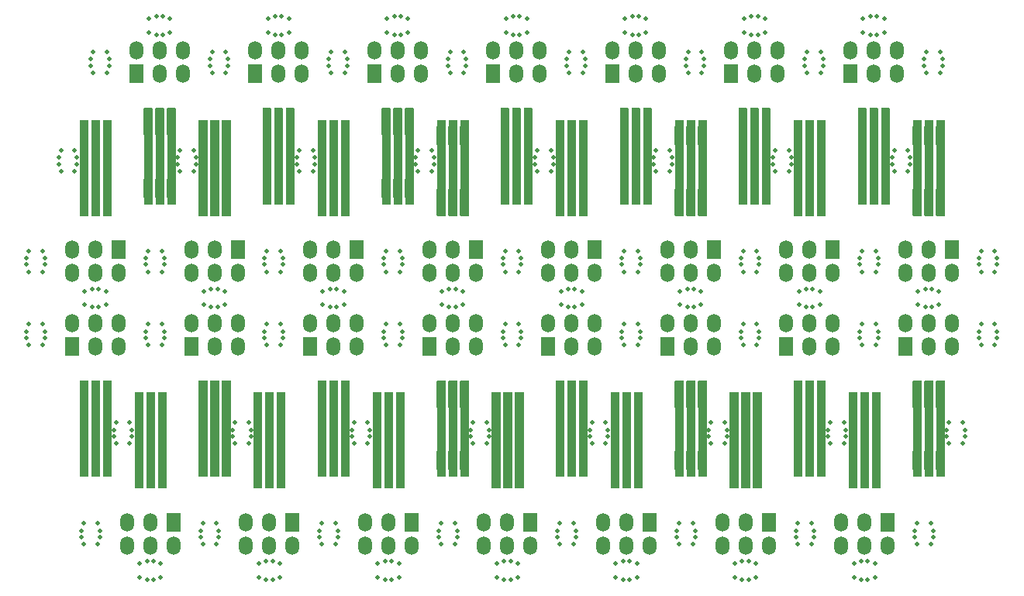
<source format=gts>
G04 #@! TF.FileFunction,Soldermask,Top*
%FSLAX46Y46*%
G04 Gerber Fmt 4.6, Leading zero omitted, Abs format (unit mm)*
G04 Created by KiCad (PCBNEW (2016-04-11 BZR 6687, Git f239aee)-product) date Tue 12 Apr 2016 03:58:06 PM CEST*
%MOMM*%
G01*
G04 APERTURE LIST*
%ADD10C,0.150000*%
%ADD11C,0.500000*%
%ADD12R,0.400000X2.000000*%
%ADD13R,0.400000X3.000000*%
%ADD14R,0.950000X1.000000*%
%ADD15R,1.500000X2.000000*%
%ADD16O,1.500000X2.000000*%
%ADD17C,0.100000*%
G04 APERTURE END LIST*
D10*
D11*
X32750000Y-48150000D03*
X34500000Y-49650000D03*
X34500000Y-47350000D03*
X33000000Y-49650000D03*
X32750000Y-48850000D03*
X33000000Y-47350000D03*
X34750000Y-48850000D03*
X34750000Y-48150000D03*
X129250000Y-38100000D03*
X127500000Y-36600000D03*
X127500000Y-38900000D03*
X129000000Y-36600000D03*
X129250000Y-37400000D03*
X129000000Y-38900000D03*
X127250000Y-37400000D03*
X127250000Y-38100000D03*
X123750000Y-48150000D03*
X125500000Y-49650000D03*
X125500000Y-47350000D03*
X124000000Y-49650000D03*
X123750000Y-48850000D03*
X124000000Y-47350000D03*
X125750000Y-48850000D03*
X125750000Y-48150000D03*
X129750000Y-77900000D03*
X131500000Y-79400000D03*
X131500000Y-77100000D03*
X130000000Y-79400000D03*
X129750000Y-78600000D03*
X130000000Y-77100000D03*
X131750000Y-78600000D03*
X131750000Y-77900000D03*
X38750000Y-77900000D03*
X40500000Y-79400000D03*
X40500000Y-77100000D03*
X39000000Y-79400000D03*
X38750000Y-78600000D03*
X39000000Y-77100000D03*
X40750000Y-78600000D03*
X40750000Y-77900000D03*
D12*
X38300000Y-81250001D03*
X37030000Y-81250001D03*
X36470000Y-81250001D03*
X37740000Y-81250001D03*
X35760000Y-81250001D03*
X35200000Y-81250001D03*
X38300000Y-81250001D03*
X37030000Y-81250001D03*
X36470000Y-81250001D03*
X37740000Y-81250001D03*
X35760000Y-81250001D03*
X35200000Y-81250001D03*
D13*
X35760000Y-74000001D03*
X35200000Y-74000001D03*
D14*
X35480000Y-73004201D03*
D13*
X35760000Y-74000001D03*
X35200000Y-74000001D03*
X37030000Y-74000001D03*
X36470000Y-74000001D03*
D14*
X36750000Y-73004201D03*
D13*
X37030000Y-74000001D03*
X36470000Y-74000001D03*
X37740000Y-74000001D03*
X38300000Y-74000001D03*
D14*
X38020000Y-73004201D03*
D13*
X37740000Y-74000001D03*
X38300000Y-74000001D03*
D15*
X34210000Y-68770000D03*
D16*
X34210000Y-66230000D03*
X36750000Y-68770000D03*
X36750000Y-66230000D03*
X39290000Y-68770000D03*
X39290000Y-66230000D03*
D15*
X130290000Y-58230000D03*
D16*
X130290000Y-60770000D03*
X127750000Y-58230000D03*
X127750000Y-60770000D03*
X125210000Y-58230000D03*
X125210000Y-60770000D03*
D12*
X126200000Y-45750000D03*
X127470000Y-45750000D03*
X128030000Y-45750000D03*
X126760000Y-45750000D03*
X128740000Y-45750000D03*
X129300000Y-45750000D03*
X126200000Y-45750000D03*
X127470000Y-45750000D03*
X128030000Y-45750000D03*
X126760000Y-45750000D03*
X128740000Y-45750000D03*
X129300000Y-45750000D03*
D13*
X128740000Y-53000000D03*
X129300000Y-53000000D03*
D14*
X129020000Y-53995800D03*
D13*
X128740000Y-53000000D03*
X129300000Y-53000000D03*
X127470000Y-53000000D03*
X128030000Y-53000000D03*
D14*
X127750000Y-53995800D03*
D13*
X127470000Y-53000000D03*
X128030000Y-53000000D03*
X126760000Y-53000000D03*
X126200000Y-53000000D03*
D14*
X126480000Y-53995800D03*
D13*
X126760000Y-53000000D03*
X126200000Y-53000000D03*
D15*
X73209999Y-68770002D03*
D16*
X73209999Y-66230002D03*
X75749999Y-68770002D03*
X75749999Y-66230002D03*
X78289999Y-68770002D03*
X78289999Y-66230002D03*
D11*
X83250000Y-67850000D03*
X81500000Y-66350000D03*
X81500000Y-68650000D03*
X83000000Y-66350000D03*
X83250000Y-67150000D03*
X83000000Y-68650000D03*
X81250000Y-67150000D03*
X81250000Y-67850000D03*
X77750000Y-77900000D03*
X79500000Y-79400000D03*
X79500000Y-77100000D03*
X78000000Y-79400000D03*
X77750000Y-78600000D03*
X78000000Y-77100000D03*
X79750000Y-78600000D03*
X79750000Y-77900000D03*
D12*
X80200000Y-75500000D03*
X81470000Y-75500000D03*
X82030000Y-75500000D03*
X80760000Y-75500000D03*
X82740000Y-75500000D03*
X83300000Y-75500000D03*
X80200000Y-75500000D03*
X81470000Y-75500000D03*
X82030000Y-75500000D03*
X80760000Y-75500000D03*
X82740000Y-75500000D03*
X83300000Y-75500000D03*
D13*
X82740000Y-82750000D03*
X83300000Y-82750000D03*
D14*
X83020000Y-83745800D03*
D13*
X82740000Y-82750000D03*
X83300000Y-82750000D03*
X81470000Y-82750000D03*
X82030000Y-82750000D03*
D14*
X81750000Y-83745800D03*
D13*
X81470000Y-82750000D03*
X82030000Y-82750000D03*
X80760000Y-82750000D03*
X80200000Y-82750000D03*
D14*
X80480000Y-83745800D03*
D13*
X80760000Y-82750000D03*
X80200000Y-82750000D03*
D12*
X77300001Y-81250002D03*
X76030001Y-81250002D03*
X75470001Y-81250002D03*
X76740001Y-81250002D03*
X74760001Y-81250002D03*
X74200001Y-81250002D03*
X77300001Y-81250002D03*
X76030001Y-81250002D03*
X75470001Y-81250002D03*
X76740001Y-81250002D03*
X74760001Y-81250002D03*
X74200001Y-81250002D03*
D13*
X74760001Y-74000002D03*
X74200001Y-74000002D03*
D14*
X74480001Y-73004202D03*
D13*
X74760001Y-74000002D03*
X74200001Y-74000002D03*
X76030001Y-74000002D03*
X75470001Y-74000002D03*
D14*
X75750001Y-73004202D03*
D13*
X76030001Y-74000002D03*
X75470001Y-74000002D03*
X76740001Y-74000002D03*
X77300001Y-74000002D03*
D14*
X77020001Y-73004202D03*
D13*
X76740001Y-74000002D03*
X77300001Y-74000002D03*
D11*
X109249999Y-67849998D03*
X107499999Y-66349998D03*
X107499999Y-68649998D03*
X108999999Y-66349998D03*
X109249999Y-67149998D03*
X108999999Y-68649998D03*
X107249999Y-67149998D03*
X107249999Y-67849998D03*
D15*
X99210001Y-68769998D03*
D16*
X99210001Y-66229998D03*
X101750001Y-68769998D03*
X101750001Y-66229998D03*
X104290001Y-68769998D03*
X104290001Y-66229998D03*
D12*
X106200000Y-75500000D03*
X107470000Y-75500000D03*
X108030000Y-75500000D03*
X106760000Y-75500000D03*
X108740000Y-75500000D03*
X109300000Y-75500000D03*
X106200000Y-75500000D03*
X107470000Y-75500000D03*
X108030000Y-75500000D03*
X106760000Y-75500000D03*
X108740000Y-75500000D03*
X109300000Y-75500000D03*
D13*
X108740000Y-82750000D03*
X109300000Y-82750000D03*
D14*
X109020000Y-83745800D03*
D13*
X108740000Y-82750000D03*
X109300000Y-82750000D03*
X107470000Y-82750000D03*
X108030000Y-82750000D03*
D14*
X107750000Y-83745800D03*
D13*
X107470000Y-82750000D03*
X108030000Y-82750000D03*
X106760000Y-82750000D03*
X106200000Y-82750000D03*
D14*
X106480000Y-83745800D03*
D13*
X106760000Y-82750000D03*
X106200000Y-82750000D03*
D12*
X103300000Y-81250000D03*
X102030000Y-81250000D03*
X101470000Y-81250000D03*
X102740000Y-81250000D03*
X100760000Y-81250000D03*
X100200000Y-81250000D03*
X103300000Y-81250000D03*
X102030000Y-81250000D03*
X101470000Y-81250000D03*
X102740000Y-81250000D03*
X100760000Y-81250000D03*
X100200000Y-81250000D03*
D13*
X100760000Y-74000000D03*
X100200000Y-74000000D03*
D14*
X100480000Y-73004200D03*
D13*
X100760000Y-74000000D03*
X100200000Y-74000000D03*
X102030000Y-74000000D03*
X101470000Y-74000000D03*
D14*
X101750000Y-73004200D03*
D13*
X102030000Y-74000000D03*
X101470000Y-74000000D03*
X102740000Y-74000000D03*
X103300000Y-74000000D03*
D14*
X103020000Y-73004200D03*
D13*
X102740000Y-74000000D03*
X103300000Y-74000000D03*
D11*
X103750000Y-77900000D03*
X105500000Y-79400000D03*
X105500000Y-77100000D03*
X104000000Y-79400000D03*
X103750000Y-78600000D03*
X104000000Y-77100000D03*
X105750000Y-78600000D03*
X105750000Y-77900000D03*
D12*
X93200000Y-75500000D03*
X94470000Y-75500000D03*
X95030000Y-75500000D03*
X93760000Y-75500000D03*
X95740000Y-75500000D03*
X96300000Y-75500000D03*
X93200000Y-75500000D03*
X94470000Y-75500000D03*
X95030000Y-75500000D03*
X93760000Y-75500000D03*
X95740000Y-75500000D03*
X96300000Y-75500000D03*
D13*
X95740000Y-82750000D03*
X96300000Y-82750000D03*
D14*
X96020000Y-83745800D03*
D13*
X95740000Y-82750000D03*
X96300000Y-82750000D03*
X94470000Y-82750000D03*
X95030000Y-82750000D03*
D14*
X94750000Y-83745800D03*
D13*
X94470000Y-82750000D03*
X95030000Y-82750000D03*
X93760000Y-82750000D03*
X93200000Y-82750000D03*
D14*
X93480000Y-83745800D03*
D13*
X93760000Y-82750000D03*
X93200000Y-82750000D03*
D11*
X90750000Y-77900000D03*
X92500000Y-79400000D03*
X92500000Y-77100000D03*
X91000000Y-79400000D03*
X90750000Y-78600000D03*
X91000000Y-77100000D03*
X92750000Y-78600000D03*
X92750000Y-77900000D03*
D12*
X90300004Y-81250000D03*
X89030004Y-81250000D03*
X88470004Y-81250000D03*
X89740004Y-81250000D03*
X87760004Y-81250000D03*
X87200004Y-81250000D03*
X90300004Y-81250000D03*
X89030004Y-81250000D03*
X88470004Y-81250000D03*
X89740004Y-81250000D03*
X87760004Y-81250000D03*
X87200004Y-81250000D03*
D13*
X87760004Y-74000000D03*
X87200004Y-74000000D03*
D14*
X87480004Y-73004200D03*
D13*
X87760004Y-74000000D03*
X87200004Y-74000000D03*
X89030004Y-74000000D03*
X88470004Y-74000000D03*
D14*
X88750004Y-73004200D03*
D13*
X89030004Y-74000000D03*
X88470004Y-74000000D03*
X89740004Y-74000000D03*
X90300004Y-74000000D03*
D14*
X90020004Y-73004200D03*
D13*
X89740004Y-74000000D03*
X90300004Y-74000000D03*
D15*
X86209997Y-68770001D03*
D16*
X86209997Y-66230001D03*
X88749997Y-68770001D03*
X88749997Y-66230001D03*
X91289997Y-68770001D03*
X91289997Y-66230001D03*
D11*
X96250000Y-67850000D03*
X94500000Y-66350000D03*
X94500000Y-68650000D03*
X96000000Y-66350000D03*
X96250000Y-67150000D03*
X96000000Y-68650000D03*
X94250000Y-67150000D03*
X94250000Y-67850000D03*
X74250000Y-88900000D03*
X76000000Y-90400000D03*
X76000000Y-88100000D03*
X74500000Y-90400000D03*
X74250000Y-89600000D03*
X74500000Y-88100000D03*
X76250000Y-89600000D03*
X76250000Y-88900000D03*
X61250000Y-88900000D03*
X63000000Y-90400000D03*
X63000000Y-88100000D03*
X61500000Y-90400000D03*
X61250000Y-89600000D03*
X61500000Y-88100000D03*
X63250000Y-89600000D03*
X63250000Y-88900000D03*
D15*
X71290000Y-87980000D03*
D16*
X71290000Y-90520000D03*
X68750000Y-87980000D03*
X68750000Y-90520000D03*
X66210000Y-87980000D03*
X66210000Y-90520000D03*
D15*
X58290000Y-87980000D03*
D16*
X58290000Y-90520000D03*
X55750000Y-87980000D03*
X55750000Y-90520000D03*
X53210000Y-87980000D03*
X53210000Y-90520000D03*
D15*
X45290000Y-87980000D03*
D16*
X45290000Y-90520000D03*
X42750000Y-87980000D03*
X42750000Y-90520000D03*
X40210000Y-87980000D03*
X40210000Y-90520000D03*
D11*
X48250000Y-88900000D03*
X50000000Y-90400000D03*
X50000000Y-88100000D03*
X48500000Y-90400000D03*
X48250000Y-89600000D03*
X48500000Y-88100000D03*
X50250000Y-89600000D03*
X50250000Y-88900000D03*
D15*
X60210000Y-68770000D03*
D16*
X60210000Y-66230000D03*
X62750000Y-68770000D03*
X62750000Y-66230000D03*
X65290000Y-68770000D03*
X65290000Y-66230000D03*
D11*
X70250000Y-67849998D03*
X68500000Y-66349998D03*
X68500000Y-68649998D03*
X70000000Y-66349998D03*
X70250000Y-67149998D03*
X70000000Y-68649998D03*
X68250000Y-67149998D03*
X68250000Y-67849998D03*
X57250000Y-67850001D03*
X55500000Y-66350001D03*
X55500000Y-68650001D03*
X57000000Y-66350001D03*
X57250000Y-67150001D03*
X57000000Y-68650001D03*
X55250000Y-67150001D03*
X55250000Y-67850001D03*
X64750000Y-77900000D03*
X66500000Y-79400000D03*
X66500000Y-77100000D03*
X65000000Y-79400000D03*
X64750000Y-78600000D03*
X65000000Y-77100000D03*
X66750000Y-78600000D03*
X66750000Y-77900000D03*
D12*
X64300000Y-81250000D03*
X63030000Y-81250000D03*
X62470000Y-81250000D03*
X63740000Y-81250000D03*
X61760000Y-81250000D03*
X61200000Y-81250000D03*
X64300000Y-81250000D03*
X63030000Y-81250000D03*
X62470000Y-81250000D03*
X63740000Y-81250000D03*
X61760000Y-81250000D03*
X61200000Y-81250000D03*
D13*
X61760000Y-74000000D03*
X61200000Y-74000000D03*
D14*
X61480000Y-73004200D03*
D13*
X61760000Y-74000000D03*
X61200000Y-74000000D03*
X63030000Y-74000000D03*
X62470000Y-74000000D03*
D14*
X62750000Y-73004200D03*
D13*
X63030000Y-74000000D03*
X62470000Y-74000000D03*
X63740000Y-74000000D03*
X64300000Y-74000000D03*
D14*
X64020000Y-73004200D03*
D13*
X63740000Y-74000000D03*
X64300000Y-74000000D03*
D12*
X67200000Y-75500000D03*
X68470000Y-75500000D03*
X69030000Y-75500000D03*
X67760000Y-75500000D03*
X69740000Y-75500000D03*
X70300000Y-75500000D03*
X67200000Y-75500000D03*
X68470000Y-75500000D03*
X69030000Y-75500000D03*
X67760000Y-75500000D03*
X69740000Y-75500000D03*
X70300000Y-75500000D03*
D13*
X69740000Y-82750000D03*
X70300000Y-82750000D03*
D14*
X70020000Y-83745800D03*
D13*
X69740000Y-82750000D03*
X70300000Y-82750000D03*
X68470000Y-82750000D03*
X69030000Y-82750000D03*
D14*
X68750000Y-83745800D03*
D13*
X68470000Y-82750000D03*
X69030000Y-82750000D03*
X67760000Y-82750000D03*
X67200000Y-82750000D03*
D14*
X67480000Y-83745800D03*
D13*
X67760000Y-82750000D03*
X67200000Y-82750000D03*
D15*
X47209999Y-68769999D03*
D16*
X47209999Y-66229999D03*
X49749999Y-68769999D03*
X49749999Y-66229999D03*
X52289999Y-68769999D03*
X52289999Y-66229999D03*
D12*
X51300000Y-81249998D03*
X50030000Y-81249998D03*
X49470000Y-81249998D03*
X50740000Y-81249998D03*
X48760000Y-81249998D03*
X48200000Y-81249998D03*
X51300000Y-81249998D03*
X50030000Y-81249998D03*
X49470000Y-81249998D03*
X50740000Y-81249998D03*
X48760000Y-81249998D03*
X48200000Y-81249998D03*
D13*
X48760000Y-73999998D03*
X48200000Y-73999998D03*
D14*
X48480000Y-73004198D03*
D13*
X48760000Y-73999998D03*
X48200000Y-73999998D03*
X50030000Y-73999998D03*
X49470000Y-73999998D03*
D14*
X49750000Y-73004198D03*
D13*
X50030000Y-73999998D03*
X49470000Y-73999998D03*
X50740000Y-73999998D03*
X51300000Y-73999998D03*
D14*
X51020000Y-73004198D03*
D13*
X50740000Y-73999998D03*
X51300000Y-73999998D03*
D11*
X51750000Y-77900000D03*
X53500000Y-79400000D03*
X53500000Y-77100000D03*
X52000000Y-79400000D03*
X51750000Y-78600000D03*
X52000000Y-77100000D03*
X53750000Y-78600000D03*
X53750000Y-77900000D03*
D12*
X54200000Y-75500000D03*
X55470000Y-75500000D03*
X56030000Y-75500000D03*
X54760000Y-75500000D03*
X56740000Y-75500000D03*
X57300000Y-75500000D03*
X54200000Y-75500000D03*
X55470000Y-75500000D03*
X56030000Y-75500000D03*
X54760000Y-75500000D03*
X56740000Y-75500000D03*
X57300000Y-75500000D03*
D13*
X56740000Y-82750000D03*
X57300000Y-82750000D03*
D14*
X57020000Y-83745800D03*
D13*
X56740000Y-82750000D03*
X57300000Y-82750000D03*
X55470000Y-82750000D03*
X56030000Y-82750000D03*
D14*
X55750000Y-83745800D03*
D13*
X55470000Y-82750000D03*
X56030000Y-82750000D03*
X54760000Y-82750000D03*
X54200000Y-82750000D03*
D14*
X54480000Y-83745800D03*
D13*
X54760000Y-82750000D03*
X54200000Y-82750000D03*
D12*
X41200000Y-75500000D03*
X42470000Y-75500000D03*
X43030000Y-75500000D03*
X41760000Y-75500000D03*
X43740000Y-75500000D03*
X44300000Y-75500000D03*
X41200000Y-75500000D03*
X42470000Y-75500000D03*
X43030000Y-75500000D03*
X41760000Y-75500000D03*
X43740000Y-75500000D03*
X44300000Y-75500000D03*
D13*
X43740000Y-82750000D03*
X44300000Y-82750000D03*
D14*
X44020000Y-83745800D03*
D13*
X43740000Y-82750000D03*
X44300000Y-82750000D03*
X42470000Y-82750000D03*
X43030000Y-82750000D03*
D14*
X42750000Y-83745800D03*
D13*
X42470000Y-82750000D03*
X43030000Y-82750000D03*
X41760000Y-82750000D03*
X41200000Y-82750000D03*
D14*
X41480000Y-83745800D03*
D13*
X41760000Y-82750000D03*
X41200000Y-82750000D03*
D11*
X100250000Y-88900000D03*
X102000000Y-90400000D03*
X102000000Y-88100000D03*
X100500000Y-90400000D03*
X100250000Y-89600000D03*
X100500000Y-88100000D03*
X102250000Y-89600000D03*
X102250000Y-88900000D03*
D15*
X110290000Y-87980000D03*
D16*
X110290000Y-90520000D03*
X107750000Y-87980000D03*
X107750000Y-90520000D03*
X105210000Y-87980000D03*
X105210000Y-90520000D03*
D11*
X113250000Y-88900000D03*
X115000000Y-90400000D03*
X115000000Y-88100000D03*
X113500000Y-90400000D03*
X113250000Y-89600000D03*
X113500000Y-88100000D03*
X115250000Y-89600000D03*
X115250000Y-88900000D03*
D15*
X123290000Y-87980000D03*
D16*
X123290000Y-90520000D03*
X120750000Y-87980000D03*
X120750000Y-90520000D03*
X118210000Y-87980000D03*
X118210000Y-90520000D03*
D12*
X119200000Y-75500000D03*
X120470000Y-75500000D03*
X121030000Y-75500000D03*
X119760000Y-75500000D03*
X121740000Y-75500000D03*
X122300000Y-75500000D03*
X119200000Y-75500000D03*
X120470000Y-75500000D03*
X121030000Y-75500000D03*
X119760000Y-75500000D03*
X121740000Y-75500000D03*
X122300000Y-75500000D03*
D13*
X121740000Y-82750000D03*
X122300000Y-82750000D03*
D14*
X122020000Y-83745800D03*
D13*
X121740000Y-82750000D03*
X122300000Y-82750000D03*
X120470000Y-82750000D03*
X121030000Y-82750000D03*
D14*
X120750000Y-83745800D03*
D13*
X120470000Y-82750000D03*
X121030000Y-82750000D03*
X119760000Y-82750000D03*
X119200000Y-82750000D03*
D14*
X119480000Y-83745800D03*
D13*
X119760000Y-82750000D03*
X119200000Y-82750000D03*
D11*
X116750000Y-77900000D03*
X118500000Y-79400000D03*
X118500000Y-77100000D03*
X117000000Y-79400000D03*
X116750000Y-78600000D03*
X117000000Y-77100000D03*
X118750000Y-78600000D03*
X118750000Y-77900000D03*
D12*
X116299999Y-81249998D03*
X115029999Y-81249998D03*
X114469999Y-81249998D03*
X115739999Y-81249998D03*
X113759999Y-81249998D03*
X113199999Y-81249998D03*
X116299999Y-81249998D03*
X115029999Y-81249998D03*
X114469999Y-81249998D03*
X115739999Y-81249998D03*
X113759999Y-81249998D03*
X113199999Y-81249998D03*
D13*
X113759999Y-73999998D03*
X113199999Y-73999998D03*
D14*
X113479999Y-73004198D03*
D13*
X113759999Y-73999998D03*
X113199999Y-73999998D03*
X115029999Y-73999998D03*
X114469999Y-73999998D03*
D14*
X114749999Y-73004198D03*
D13*
X115029999Y-73999998D03*
X114469999Y-73999998D03*
X115739999Y-73999998D03*
X116299999Y-73999998D03*
D14*
X116019999Y-73004198D03*
D13*
X115739999Y-73999998D03*
X116299999Y-73999998D03*
D12*
X129300000Y-81250000D03*
X128030000Y-81250000D03*
X127470000Y-81250000D03*
X128740000Y-81250000D03*
X126760000Y-81250000D03*
X126200000Y-81250000D03*
X129300000Y-81250000D03*
X128030000Y-81250000D03*
X127470000Y-81250000D03*
X128740000Y-81250000D03*
X126760000Y-81250000D03*
X126200000Y-81250000D03*
D13*
X126760000Y-74000000D03*
X126200000Y-74000000D03*
D14*
X126480000Y-73004200D03*
D13*
X126760000Y-74000000D03*
X126200000Y-74000000D03*
X128030000Y-74000000D03*
X127470000Y-74000000D03*
D14*
X127750000Y-73004200D03*
D13*
X128030000Y-74000000D03*
X127470000Y-74000000D03*
X128740000Y-74000000D03*
X129300000Y-74000000D03*
D14*
X129020000Y-73004200D03*
D13*
X128740000Y-74000000D03*
X129300000Y-74000000D03*
D15*
X125210001Y-68770001D03*
D16*
X125210001Y-66230001D03*
X127750001Y-68770001D03*
X127750001Y-66230001D03*
X130290001Y-68770001D03*
X130290001Y-66230001D03*
D15*
X97290000Y-87980000D03*
D16*
X97290000Y-90520000D03*
X94750000Y-87980000D03*
X94750000Y-90520000D03*
X92210000Y-87980000D03*
X92210000Y-90520000D03*
D15*
X84290000Y-87980000D03*
D16*
X84290000Y-90520000D03*
X81750000Y-87980000D03*
X81750000Y-90520000D03*
X79210000Y-87980000D03*
X79210000Y-90520000D03*
D11*
X87250000Y-88900000D03*
X89000000Y-90400000D03*
X89000000Y-88100000D03*
X87500000Y-90400000D03*
X87250000Y-89600000D03*
X87500000Y-88100000D03*
X89250000Y-89600000D03*
X89250000Y-88900000D03*
D15*
X112210000Y-68770000D03*
D16*
X112210000Y-66230000D03*
X114750000Y-68770000D03*
X114750000Y-66230000D03*
X117290000Y-68770000D03*
X117290000Y-66230000D03*
D11*
X122250000Y-67850000D03*
X120500000Y-66350000D03*
X120500000Y-68650000D03*
X122000000Y-66350000D03*
X122250000Y-67150000D03*
X122000000Y-68650000D03*
X120250000Y-67150000D03*
X120250000Y-67850000D03*
X110750000Y-48150000D03*
X112500000Y-49650000D03*
X112500000Y-47350000D03*
X111000000Y-49650000D03*
X110750000Y-48850000D03*
X111000000Y-47350000D03*
X112750000Y-48850000D03*
X112750000Y-48150000D03*
X97750000Y-48150000D03*
X99500000Y-49650000D03*
X99500000Y-47350000D03*
X98000000Y-49650000D03*
X97750000Y-48850000D03*
X98000000Y-47350000D03*
X99750000Y-48850000D03*
X99750000Y-48150000D03*
X84750000Y-48150000D03*
X86500000Y-49650000D03*
X86500000Y-47350000D03*
X85000000Y-49650000D03*
X84750000Y-48850000D03*
X85000000Y-47350000D03*
X86750000Y-48850000D03*
X86750000Y-48150000D03*
X71750000Y-48150000D03*
X73500000Y-49650000D03*
X73500000Y-47350000D03*
X72000000Y-49650000D03*
X71750000Y-48850000D03*
X72000000Y-47350000D03*
X73750000Y-48850000D03*
X73750000Y-48150000D03*
X58750000Y-48150000D03*
X60500000Y-49650000D03*
X60500000Y-47350000D03*
X59000000Y-49650000D03*
X58750000Y-48850000D03*
X59000000Y-47350000D03*
X60750000Y-48850000D03*
X60750000Y-48150000D03*
X77250000Y-38100000D03*
X75500000Y-36600000D03*
X75500000Y-38900000D03*
X77000000Y-36600000D03*
X77250000Y-37400000D03*
X77000000Y-38900000D03*
X75250000Y-37400000D03*
X75250000Y-38100000D03*
D15*
X67209999Y-39020002D03*
D16*
X67209999Y-36480002D03*
X69749999Y-39020002D03*
X69749999Y-36480002D03*
X72289999Y-39020002D03*
X72289999Y-36480002D03*
D12*
X71300001Y-51500002D03*
X70030001Y-51500002D03*
X69470001Y-51500002D03*
X70740001Y-51500002D03*
X68760001Y-51500002D03*
X68200001Y-51500002D03*
X71300001Y-51500002D03*
X70030001Y-51500002D03*
X69470001Y-51500002D03*
X70740001Y-51500002D03*
X68760001Y-51500002D03*
X68200001Y-51500002D03*
D13*
X68760001Y-44250002D03*
X68200001Y-44250002D03*
D14*
X68480001Y-43254202D03*
D13*
X68760001Y-44250002D03*
X68200001Y-44250002D03*
X70030001Y-44250002D03*
X69470001Y-44250002D03*
D14*
X69750001Y-43254202D03*
D13*
X70030001Y-44250002D03*
X69470001Y-44250002D03*
X70740001Y-44250002D03*
X71300001Y-44250002D03*
D14*
X71020001Y-43254202D03*
D13*
X70740001Y-44250002D03*
X71300001Y-44250002D03*
D12*
X84300004Y-51500000D03*
X83030004Y-51500000D03*
X82470004Y-51500000D03*
X83740004Y-51500000D03*
X81760004Y-51500000D03*
X81200004Y-51500000D03*
X84300004Y-51500000D03*
X83030004Y-51500000D03*
X82470004Y-51500000D03*
X83740004Y-51500000D03*
X81760004Y-51500000D03*
X81200004Y-51500000D03*
D13*
X81760004Y-44250000D03*
X81200004Y-44250000D03*
D14*
X81480004Y-43254200D03*
D13*
X81760004Y-44250000D03*
X81200004Y-44250000D03*
X83030004Y-44250000D03*
X82470004Y-44250000D03*
D14*
X82750004Y-43254200D03*
D13*
X83030004Y-44250000D03*
X82470004Y-44250000D03*
X83740004Y-44250000D03*
X84300004Y-44250000D03*
D14*
X84020004Y-43254200D03*
D13*
X83740004Y-44250000D03*
X84300004Y-44250000D03*
D15*
X54210000Y-39020000D03*
D16*
X54210000Y-36480000D03*
X56750000Y-39020000D03*
X56750000Y-36480000D03*
X59290000Y-39020000D03*
X59290000Y-36480000D03*
D11*
X64250000Y-38099998D03*
X62500000Y-36599998D03*
X62500000Y-38899998D03*
X64000000Y-36599998D03*
X64250000Y-37399998D03*
X64000000Y-38899998D03*
X62250000Y-37399998D03*
X62250000Y-38099998D03*
D15*
X119210001Y-39020001D03*
D16*
X119210001Y-36480001D03*
X121750001Y-39020001D03*
X121750001Y-36480001D03*
X124290001Y-39020001D03*
X124290001Y-36480001D03*
D12*
X123300000Y-51500000D03*
X122030000Y-51500000D03*
X121470000Y-51500000D03*
X122740000Y-51500000D03*
X120760000Y-51500000D03*
X120200000Y-51500000D03*
X123300000Y-51500000D03*
X122030000Y-51500000D03*
X121470000Y-51500000D03*
X122740000Y-51500000D03*
X120760000Y-51500000D03*
X120200000Y-51500000D03*
D13*
X120760000Y-44250000D03*
X120200000Y-44250000D03*
D14*
X120480000Y-43254200D03*
D13*
X120760000Y-44250000D03*
X120200000Y-44250000D03*
X122030000Y-44250000D03*
X121470000Y-44250000D03*
D14*
X121750000Y-43254200D03*
D13*
X122030000Y-44250000D03*
X121470000Y-44250000D03*
X122740000Y-44250000D03*
X123300000Y-44250000D03*
D14*
X123020000Y-43254200D03*
D13*
X122740000Y-44250000D03*
X123300000Y-44250000D03*
D15*
X80209997Y-39020001D03*
D16*
X80209997Y-36480001D03*
X82749997Y-39020001D03*
X82749997Y-36480001D03*
X85289997Y-39020001D03*
X85289997Y-36480001D03*
D11*
X90250000Y-38100000D03*
X88500000Y-36600000D03*
X88500000Y-38900000D03*
X90000000Y-36600000D03*
X90250000Y-37400000D03*
X90000000Y-38900000D03*
X88250000Y-37400000D03*
X88250000Y-38100000D03*
X51250000Y-38100001D03*
X49500000Y-36600001D03*
X49500000Y-38900001D03*
X51000000Y-36600001D03*
X51250000Y-37400001D03*
X51000000Y-38900001D03*
X49250000Y-37400001D03*
X49250000Y-38100001D03*
D15*
X41209999Y-39019999D03*
D16*
X41209999Y-36479999D03*
X43749999Y-39019999D03*
X43749999Y-36479999D03*
X46289999Y-39019999D03*
X46289999Y-36479999D03*
D12*
X58300000Y-51500000D03*
X57030000Y-51500000D03*
X56470000Y-51500000D03*
X57740000Y-51500000D03*
X55760000Y-51500000D03*
X55200000Y-51500000D03*
X58300000Y-51500000D03*
X57030000Y-51500000D03*
X56470000Y-51500000D03*
X57740000Y-51500000D03*
X55760000Y-51500000D03*
X55200000Y-51500000D03*
D13*
X55760000Y-44250000D03*
X55200000Y-44250000D03*
D14*
X55480000Y-43254200D03*
D13*
X55760000Y-44250000D03*
X55200000Y-44250000D03*
X57030000Y-44250000D03*
X56470000Y-44250000D03*
D14*
X56750000Y-43254200D03*
D13*
X57030000Y-44250000D03*
X56470000Y-44250000D03*
X57740000Y-44250000D03*
X58300000Y-44250000D03*
D14*
X58020000Y-43254200D03*
D13*
X57740000Y-44250000D03*
X58300000Y-44250000D03*
D12*
X45300000Y-51499998D03*
X44030000Y-51499998D03*
X43470000Y-51499998D03*
X44740000Y-51499998D03*
X42760000Y-51499998D03*
X42200000Y-51499998D03*
X45300000Y-51499998D03*
X44030000Y-51499998D03*
X43470000Y-51499998D03*
X44740000Y-51499998D03*
X42760000Y-51499998D03*
X42200000Y-51499998D03*
D13*
X42760000Y-44249998D03*
X42200000Y-44249998D03*
D14*
X42480000Y-43254198D03*
D13*
X42760000Y-44249998D03*
X42200000Y-44249998D03*
X44030000Y-44249998D03*
X43470000Y-44249998D03*
D14*
X43750000Y-43254198D03*
D13*
X44030000Y-44249998D03*
X43470000Y-44249998D03*
X44740000Y-44249998D03*
X45300000Y-44249998D03*
D14*
X45020000Y-43254198D03*
D13*
X44740000Y-44249998D03*
X45300000Y-44249998D03*
D15*
X93210001Y-39019998D03*
D16*
X93210001Y-36479998D03*
X95750001Y-39019998D03*
X95750001Y-36479998D03*
X98290001Y-39019998D03*
X98290001Y-36479998D03*
D12*
X97300000Y-51500000D03*
X96030000Y-51500000D03*
X95470000Y-51500000D03*
X96740000Y-51500000D03*
X94760000Y-51500000D03*
X94200000Y-51500000D03*
X97300000Y-51500000D03*
X96030000Y-51500000D03*
X95470000Y-51500000D03*
X96740000Y-51500000D03*
X94760000Y-51500000D03*
X94200000Y-51500000D03*
D13*
X94760000Y-44250000D03*
X94200000Y-44250000D03*
D14*
X94480000Y-43254200D03*
D13*
X94760000Y-44250000D03*
X94200000Y-44250000D03*
X96030000Y-44250000D03*
X95470000Y-44250000D03*
D14*
X95750000Y-43254200D03*
D13*
X96030000Y-44250000D03*
X95470000Y-44250000D03*
X96740000Y-44250000D03*
X97300000Y-44250000D03*
D14*
X97020000Y-43254200D03*
D13*
X96740000Y-44250000D03*
X97300000Y-44250000D03*
D11*
X103249999Y-38099998D03*
X101499999Y-36599998D03*
X101499999Y-38899998D03*
X102999999Y-36599998D03*
X103249999Y-37399998D03*
X102999999Y-38899998D03*
X101249999Y-37399998D03*
X101249999Y-38099998D03*
X116250000Y-38100000D03*
X114500000Y-36600000D03*
X114500000Y-38900000D03*
X116000000Y-36600000D03*
X116250000Y-37400000D03*
X116000000Y-38900000D03*
X114250000Y-37400000D03*
X114250000Y-38100000D03*
D15*
X106210000Y-39020000D03*
D16*
X106210000Y-36480000D03*
X108750000Y-39020000D03*
X108750000Y-36480000D03*
X111290000Y-39020000D03*
X111290000Y-36480000D03*
D12*
X110299999Y-51499998D03*
X109029999Y-51499998D03*
X108469999Y-51499998D03*
X109739999Y-51499998D03*
X107759999Y-51499998D03*
X107199999Y-51499998D03*
X110299999Y-51499998D03*
X109029999Y-51499998D03*
X108469999Y-51499998D03*
X109739999Y-51499998D03*
X107759999Y-51499998D03*
X107199999Y-51499998D03*
D13*
X107759999Y-44249998D03*
X107199999Y-44249998D03*
D14*
X107479999Y-43254198D03*
D13*
X107759999Y-44249998D03*
X107199999Y-44249998D03*
X109029999Y-44249998D03*
X108469999Y-44249998D03*
D14*
X108749999Y-43254198D03*
D13*
X109029999Y-44249998D03*
X108469999Y-44249998D03*
X109739999Y-44249998D03*
X110299999Y-44249998D03*
D14*
X110019999Y-43254198D03*
D13*
X109739999Y-44249998D03*
X110299999Y-44249998D03*
D11*
X81250000Y-59150000D03*
X83000000Y-60650000D03*
X83000000Y-58350000D03*
X81500000Y-60650000D03*
X81250000Y-59850000D03*
X81500000Y-58350000D03*
X83250000Y-59850000D03*
X83250000Y-59150000D03*
X107250000Y-59150000D03*
X109000000Y-60650000D03*
X109000000Y-58350000D03*
X107500000Y-60650000D03*
X107250000Y-59850000D03*
X107500000Y-58350000D03*
X109250000Y-59850000D03*
X109250000Y-59150000D03*
D12*
X113200000Y-45750000D03*
X114470000Y-45750000D03*
X115030000Y-45750000D03*
X113760000Y-45750000D03*
X115740000Y-45750000D03*
X116300000Y-45750000D03*
X113200000Y-45750000D03*
X114470000Y-45750000D03*
X115030000Y-45750000D03*
X113760000Y-45750000D03*
X115740000Y-45750000D03*
X116300000Y-45750000D03*
D13*
X115740000Y-53000000D03*
X116300000Y-53000000D03*
D14*
X116020000Y-53995800D03*
D13*
X115740000Y-53000000D03*
X116300000Y-53000000D03*
X114470000Y-53000000D03*
X115030000Y-53000000D03*
D14*
X114750000Y-53995800D03*
D13*
X114470000Y-53000000D03*
X115030000Y-53000000D03*
X113760000Y-53000000D03*
X113200000Y-53000000D03*
D14*
X113480000Y-53995800D03*
D13*
X113760000Y-53000000D03*
X113200000Y-53000000D03*
D15*
X117290000Y-58230000D03*
D16*
X117290000Y-60770000D03*
X114750000Y-58230000D03*
X114750000Y-60770000D03*
X112210000Y-58230000D03*
X112210000Y-60770000D03*
D15*
X91290000Y-58230000D03*
D16*
X91290000Y-60770000D03*
X88750000Y-58230000D03*
X88750000Y-60770000D03*
X86210000Y-58230000D03*
X86210000Y-60770000D03*
D11*
X94250000Y-59150000D03*
X96000000Y-60650000D03*
X96000000Y-58350000D03*
X94500000Y-60650000D03*
X94250000Y-59850000D03*
X94500000Y-58350000D03*
X96250000Y-59850000D03*
X96250000Y-59150000D03*
D12*
X100200000Y-45750000D03*
X101470000Y-45750000D03*
X102030000Y-45750000D03*
X100760000Y-45750000D03*
X102740000Y-45750000D03*
X103300000Y-45750000D03*
X100200000Y-45750000D03*
X101470000Y-45750000D03*
X102030000Y-45750000D03*
X100760000Y-45750000D03*
X102740000Y-45750000D03*
X103300000Y-45750000D03*
D13*
X102740000Y-53000000D03*
X103300000Y-53000000D03*
D14*
X103020000Y-53995800D03*
D13*
X102740000Y-53000000D03*
X103300000Y-53000000D03*
X101470000Y-53000000D03*
X102030000Y-53000000D03*
D14*
X101750000Y-53995800D03*
D13*
X101470000Y-53000000D03*
X102030000Y-53000000D03*
X100760000Y-53000000D03*
X100200000Y-53000000D03*
D14*
X100480000Y-53995800D03*
D13*
X100760000Y-53000000D03*
X100200000Y-53000000D03*
D12*
X87200000Y-45750000D03*
X88470000Y-45750000D03*
X89030000Y-45750000D03*
X87760000Y-45750000D03*
X89740000Y-45750000D03*
X90300000Y-45750000D03*
X87200000Y-45750000D03*
X88470000Y-45750000D03*
X89030000Y-45750000D03*
X87760000Y-45750000D03*
X89740000Y-45750000D03*
X90300000Y-45750000D03*
D13*
X89740000Y-53000000D03*
X90300000Y-53000000D03*
D14*
X90020000Y-53995800D03*
D13*
X89740000Y-53000000D03*
X90300000Y-53000000D03*
X88470000Y-53000000D03*
X89030000Y-53000000D03*
D14*
X88750000Y-53995800D03*
D13*
X88470000Y-53000000D03*
X89030000Y-53000000D03*
X87760000Y-53000000D03*
X87200000Y-53000000D03*
D14*
X87480000Y-53995800D03*
D13*
X87760000Y-53000000D03*
X87200000Y-53000000D03*
D15*
X104290000Y-58230000D03*
D16*
X104290000Y-60770000D03*
X101750000Y-58230000D03*
X101750000Y-60770000D03*
X99210000Y-58230000D03*
X99210000Y-60770000D03*
D11*
X55250000Y-59150000D03*
X57000000Y-60650000D03*
X57000000Y-58350000D03*
X55500000Y-60650000D03*
X55250000Y-59850000D03*
X55500000Y-58350000D03*
X57250000Y-59850000D03*
X57250000Y-59150000D03*
D15*
X65290000Y-58230000D03*
D16*
X65290000Y-60770000D03*
X62750000Y-58230000D03*
X62750000Y-60770000D03*
X60210000Y-58230000D03*
X60210000Y-60770000D03*
D12*
X61200000Y-45750000D03*
X62470000Y-45750000D03*
X63030000Y-45750000D03*
X61760000Y-45750000D03*
X63740000Y-45750000D03*
X64300000Y-45750000D03*
X61200000Y-45750000D03*
X62470000Y-45750000D03*
X63030000Y-45750000D03*
X61760000Y-45750000D03*
X63740000Y-45750000D03*
X64300000Y-45750000D03*
D13*
X63740000Y-53000000D03*
X64300000Y-53000000D03*
D14*
X64020000Y-53995800D03*
D13*
X63740000Y-53000000D03*
X64300000Y-53000000D03*
X62470000Y-53000000D03*
X63030000Y-53000000D03*
D14*
X62750000Y-53995800D03*
D13*
X62470000Y-53000000D03*
X63030000Y-53000000D03*
X61760000Y-53000000D03*
X61200000Y-53000000D03*
D14*
X61480000Y-53995800D03*
D13*
X61760000Y-53000000D03*
X61200000Y-53000000D03*
D11*
X68250000Y-59150000D03*
X70000000Y-60650000D03*
X70000000Y-58350000D03*
X68500000Y-60650000D03*
X68250000Y-59850000D03*
X68500000Y-58350000D03*
X70250000Y-59850000D03*
X70250000Y-59150000D03*
D12*
X74200000Y-45750000D03*
X75470000Y-45750000D03*
X76030000Y-45750000D03*
X74760000Y-45750000D03*
X76740000Y-45750000D03*
X77300000Y-45750000D03*
X74200000Y-45750000D03*
X75470000Y-45750000D03*
X76030000Y-45750000D03*
X74760000Y-45750000D03*
X76740000Y-45750000D03*
X77300000Y-45750000D03*
D13*
X76740000Y-53000000D03*
X77300000Y-53000000D03*
D14*
X77020000Y-53995800D03*
D13*
X76740000Y-53000000D03*
X77300000Y-53000000D03*
X75470000Y-53000000D03*
X76030000Y-53000000D03*
D14*
X75750000Y-53995800D03*
D13*
X75470000Y-53000000D03*
X76030000Y-53000000D03*
X74760000Y-53000000D03*
X74200000Y-53000000D03*
D14*
X74480000Y-53995800D03*
D13*
X74760000Y-53000000D03*
X74200000Y-53000000D03*
D15*
X78290000Y-58230000D03*
D16*
X78290000Y-60770000D03*
X75750000Y-58230000D03*
X75750000Y-60770000D03*
X73210000Y-58230000D03*
X73210000Y-60770000D03*
D12*
X48200000Y-45750000D03*
X49470000Y-45750000D03*
X50030000Y-45750000D03*
X48760000Y-45750000D03*
X50740000Y-45750000D03*
X51300000Y-45750000D03*
X48200000Y-45750000D03*
X49470000Y-45750000D03*
X50030000Y-45750000D03*
X48760000Y-45750000D03*
X50740000Y-45750000D03*
X51300000Y-45750000D03*
D13*
X50740000Y-53000000D03*
X51300000Y-53000000D03*
D14*
X51020000Y-53995800D03*
D13*
X50740000Y-53000000D03*
X51300000Y-53000000D03*
X49470000Y-53000000D03*
X50030000Y-53000000D03*
D14*
X49750000Y-53995800D03*
D13*
X49470000Y-53000000D03*
X50030000Y-53000000D03*
X48760000Y-53000000D03*
X48200000Y-53000000D03*
D14*
X48480000Y-53995800D03*
D13*
X48760000Y-53000000D03*
X48200000Y-53000000D03*
D15*
X52290000Y-58230000D03*
D16*
X52290000Y-60770000D03*
X49750000Y-58230000D03*
X49750000Y-60770000D03*
X47210000Y-58230000D03*
X47210000Y-60770000D03*
D15*
X39290000Y-58230000D03*
D16*
X39290000Y-60770000D03*
X36750000Y-58230000D03*
X36750000Y-60770000D03*
X34210000Y-58230000D03*
X34210000Y-60770000D03*
D12*
X35200000Y-45750000D03*
X36470000Y-45750000D03*
X37030000Y-45750000D03*
X35760000Y-45750000D03*
X37740000Y-45750000D03*
X38300000Y-45750000D03*
X35200000Y-45750000D03*
X36470000Y-45750000D03*
X37030000Y-45750000D03*
X35760000Y-45750000D03*
X37740000Y-45750000D03*
X38300000Y-45750000D03*
D13*
X37740000Y-53000000D03*
X38300000Y-53000000D03*
D14*
X38020000Y-53995800D03*
D13*
X37740000Y-53000000D03*
X38300000Y-53000000D03*
X36470000Y-53000000D03*
X37030000Y-53000000D03*
D14*
X36750000Y-53995800D03*
D13*
X36470000Y-53000000D03*
X37030000Y-53000000D03*
X35760000Y-53000000D03*
X35200000Y-53000000D03*
D14*
X35480000Y-53995800D03*
D13*
X35760000Y-53000000D03*
X35200000Y-53000000D03*
D11*
X42250000Y-59150000D03*
X44000000Y-60650000D03*
X44000000Y-58350000D03*
X42500000Y-60650000D03*
X42250000Y-59850000D03*
X42500000Y-58350000D03*
X44250000Y-59850000D03*
X44250000Y-59150000D03*
X45750000Y-48150000D03*
X47500000Y-49650000D03*
X47500000Y-47350000D03*
X46000000Y-49650000D03*
X45750000Y-48850000D03*
X46000000Y-47350000D03*
X47750000Y-48850000D03*
X47750000Y-48150000D03*
X50100000Y-62500000D03*
X48600000Y-64250000D03*
X50900000Y-64250000D03*
X48600000Y-62750000D03*
X49400000Y-62500000D03*
X50900000Y-62750000D03*
X49400000Y-64500000D03*
X50100000Y-64500000D03*
X63100000Y-62500000D03*
X61600000Y-64250000D03*
X63900000Y-64250000D03*
X61600000Y-62750000D03*
X62400000Y-62500000D03*
X63900000Y-62750000D03*
X62400000Y-64500000D03*
X63100000Y-64500000D03*
X76100000Y-62500000D03*
X74600000Y-64250000D03*
X76900000Y-64250000D03*
X74600000Y-62750000D03*
X75400000Y-62500000D03*
X76900000Y-62750000D03*
X75400000Y-64500000D03*
X76100000Y-64500000D03*
X89100000Y-62500000D03*
X87600000Y-64250000D03*
X89900000Y-64250000D03*
X87600000Y-62750000D03*
X88400000Y-62500000D03*
X89900000Y-62750000D03*
X88400000Y-64500000D03*
X89100000Y-64500000D03*
X102100000Y-62500000D03*
X100600000Y-64250000D03*
X102900000Y-64250000D03*
X100600000Y-62750000D03*
X101400000Y-62500000D03*
X102900000Y-62750000D03*
X101400000Y-64500000D03*
X102100000Y-64500000D03*
X115100000Y-62500000D03*
X113600000Y-64250000D03*
X115900000Y-64250000D03*
X113600000Y-62750000D03*
X114400000Y-62500000D03*
X115900000Y-62750000D03*
X114400000Y-64500000D03*
X115100000Y-64500000D03*
X37100000Y-62500000D03*
X35600000Y-64250000D03*
X37900000Y-64250000D03*
X35600000Y-62750000D03*
X36400000Y-62500000D03*
X37900000Y-62750000D03*
X36400000Y-64500000D03*
X37100000Y-64500000D03*
X128100000Y-62500000D03*
X126600000Y-64250000D03*
X128900000Y-64250000D03*
X126600000Y-62750000D03*
X127400000Y-62500000D03*
X128900000Y-62750000D03*
X127400000Y-64500000D03*
X128100000Y-64500000D03*
X122100000Y-32750000D03*
X120600000Y-34500000D03*
X122900000Y-34500000D03*
X120600000Y-33000000D03*
X121400000Y-32750000D03*
X122900000Y-33000000D03*
X121400000Y-34750000D03*
X122100000Y-34750000D03*
X109100000Y-32750000D03*
X107600000Y-34500000D03*
X109900000Y-34500000D03*
X107600000Y-33000000D03*
X108400000Y-32750000D03*
X109900000Y-33000000D03*
X108400000Y-34750000D03*
X109100000Y-34750000D03*
X96100000Y-32750000D03*
X94600000Y-34500000D03*
X96900000Y-34500000D03*
X94600000Y-33000000D03*
X95400000Y-32750000D03*
X96900000Y-33000000D03*
X95400000Y-34750000D03*
X96100000Y-34750000D03*
X83100000Y-32750000D03*
X81600000Y-34500000D03*
X83900000Y-34500000D03*
X81600000Y-33000000D03*
X82400000Y-32750000D03*
X83900000Y-33000000D03*
X82400000Y-34750000D03*
X83100000Y-34750000D03*
X70100000Y-32750000D03*
X68600000Y-34500000D03*
X70900000Y-34500000D03*
X68600000Y-33000000D03*
X69400000Y-32750000D03*
X70900000Y-33000000D03*
X69400000Y-34750000D03*
X70100000Y-34750000D03*
X57100000Y-32750000D03*
X55600000Y-34500000D03*
X57900000Y-34500000D03*
X55600000Y-33000000D03*
X56400000Y-32750000D03*
X57900000Y-33000000D03*
X56400000Y-34750000D03*
X57100000Y-34750000D03*
X44100000Y-32750000D03*
X42600000Y-34500000D03*
X44900000Y-34500000D03*
X42600000Y-33000000D03*
X43400000Y-32750000D03*
X44900000Y-33000000D03*
X43400000Y-34750000D03*
X44100000Y-34750000D03*
X43100000Y-92250000D03*
X41600000Y-94000000D03*
X43900000Y-94000000D03*
X41600000Y-92500000D03*
X42400000Y-92250000D03*
X43900000Y-92500000D03*
X42400000Y-94250000D03*
X43100000Y-94250000D03*
X56100000Y-92250000D03*
X54600000Y-94000000D03*
X56900000Y-94000000D03*
X54600000Y-92500000D03*
X55400000Y-92250000D03*
X56900000Y-92500000D03*
X55400000Y-94250000D03*
X56100000Y-94250000D03*
X69100000Y-92250000D03*
X67600000Y-94000000D03*
X69900000Y-94000000D03*
X67600000Y-92500000D03*
X68400000Y-92250000D03*
X69900000Y-92500000D03*
X68400000Y-94250000D03*
X69100000Y-94250000D03*
X82100000Y-92250000D03*
X80600000Y-94000000D03*
X82900000Y-94000000D03*
X80600000Y-92500000D03*
X81400000Y-92250000D03*
X82900000Y-92500000D03*
X81400000Y-94250000D03*
X82100000Y-94250000D03*
X95100000Y-92250000D03*
X93600000Y-94000000D03*
X95900000Y-94000000D03*
X93600000Y-92500000D03*
X94400000Y-92250000D03*
X95900000Y-92500000D03*
X94400000Y-94250000D03*
X95100000Y-94250000D03*
X108100000Y-92250000D03*
X106600000Y-94000000D03*
X108900000Y-94000000D03*
X106600000Y-92500000D03*
X107400000Y-92250000D03*
X108900000Y-92500000D03*
X107400000Y-94250000D03*
X108100000Y-94250000D03*
X121100000Y-92250000D03*
X119600000Y-94000000D03*
X121900000Y-94000000D03*
X119600000Y-92500000D03*
X120400000Y-92250000D03*
X121900000Y-92500000D03*
X120400000Y-94250000D03*
X121100000Y-94250000D03*
X29250000Y-59150000D03*
X31000000Y-60650000D03*
X31000000Y-58350000D03*
X29500000Y-60650000D03*
X29250000Y-59850000D03*
X29500000Y-58350000D03*
X31250000Y-59850000D03*
X31250000Y-59150000D03*
X29250000Y-67150000D03*
X31000000Y-68650000D03*
X31000000Y-66350000D03*
X29500000Y-68650000D03*
X29250000Y-67850000D03*
X29500000Y-66350000D03*
X31250000Y-67850000D03*
X31250000Y-67150000D03*
X133250000Y-67150000D03*
X135000000Y-68650000D03*
X135000000Y-66350000D03*
X133500000Y-68650000D03*
X133250000Y-67850000D03*
X133500000Y-66350000D03*
X135250000Y-67850000D03*
X135250000Y-67150000D03*
X133250000Y-59150000D03*
X135000000Y-60650000D03*
X135000000Y-58350000D03*
X133500000Y-60650000D03*
X133250000Y-59850000D03*
X133500000Y-58350000D03*
X135250000Y-59850000D03*
X135250000Y-59150000D03*
X35250000Y-88900000D03*
X37000000Y-90400000D03*
X37000000Y-88100000D03*
X35500000Y-90400000D03*
X35250000Y-89600000D03*
X35500000Y-88100000D03*
X37250000Y-89600000D03*
X37250000Y-88900000D03*
X126250000Y-88900000D03*
X128000000Y-90400000D03*
X128000000Y-88100000D03*
X126500000Y-90400000D03*
X126250000Y-89600000D03*
X126500000Y-88100000D03*
X128250000Y-89600000D03*
X128250000Y-88900000D03*
X120250000Y-59150000D03*
X122000000Y-60650000D03*
X122000000Y-58350000D03*
X120500000Y-60650000D03*
X120250000Y-59850000D03*
X120500000Y-58350000D03*
X122250000Y-59850000D03*
X122250000Y-59150000D03*
X42250000Y-67150000D03*
X44000000Y-68650000D03*
X44000000Y-66350000D03*
X42500000Y-68650000D03*
X42250000Y-67850000D03*
X42500000Y-66350000D03*
X44250000Y-67850000D03*
X44250000Y-67150000D03*
X36250000Y-37400000D03*
X38000000Y-38900000D03*
X38000000Y-36600000D03*
X36500000Y-38900000D03*
X36250000Y-38100000D03*
X36500000Y-36600000D03*
X38250000Y-38100000D03*
X38250000Y-37400000D03*
D17*
G36*
X35910000Y-54450000D02*
X35050000Y-54450000D01*
X35050000Y-44050000D01*
X35910000Y-44050000D01*
X35910000Y-54450000D01*
X35910000Y-54450000D01*
G37*
X35910000Y-54450000D02*
X35050000Y-54450000D01*
X35050000Y-44050000D01*
X35910000Y-44050000D01*
X35910000Y-54450000D01*
G36*
X37180000Y-54450000D02*
X36320000Y-54450000D01*
X36320000Y-44050000D01*
X37180000Y-44050000D01*
X37180000Y-54450000D01*
X37180000Y-54450000D01*
G37*
X37180000Y-54450000D02*
X36320000Y-54450000D01*
X36320000Y-44050000D01*
X37180000Y-44050000D01*
X37180000Y-54450000D01*
G36*
X38450000Y-54450000D02*
X37590000Y-54450000D01*
X37590000Y-44050000D01*
X38450000Y-44050000D01*
X38450000Y-54450000D01*
X38450000Y-54450000D01*
G37*
X38450000Y-54450000D02*
X37590000Y-54450000D01*
X37590000Y-44050000D01*
X38450000Y-44050000D01*
X38450000Y-54450000D01*
G36*
X50180000Y-54450000D02*
X49320000Y-54450000D01*
X49320000Y-44050000D01*
X50180000Y-44050000D01*
X50180000Y-54450000D01*
X50180000Y-54450000D01*
G37*
X50180000Y-54450000D02*
X49320000Y-54450000D01*
X49320000Y-44050000D01*
X50180000Y-44050000D01*
X50180000Y-54450000D01*
G36*
X51450000Y-54450000D02*
X50590000Y-54450000D01*
X50590000Y-44050000D01*
X51450000Y-44050000D01*
X51450000Y-54450000D01*
X51450000Y-54450000D01*
G37*
X51450000Y-54450000D02*
X50590000Y-54450000D01*
X50590000Y-44050000D01*
X51450000Y-44050000D01*
X51450000Y-54450000D01*
G36*
X48910000Y-54450000D02*
X48050000Y-54450000D01*
X48050000Y-44050000D01*
X48910000Y-44050000D01*
X48910000Y-54450000D01*
X48910000Y-54450000D01*
G37*
X48910000Y-54450000D02*
X48050000Y-54450000D01*
X48050000Y-44050000D01*
X48910000Y-44050000D01*
X48910000Y-54450000D01*
G36*
X63180000Y-54450000D02*
X62320000Y-54450000D01*
X62320000Y-44050000D01*
X63180000Y-44050000D01*
X63180000Y-54450000D01*
X63180000Y-54450000D01*
G37*
X63180000Y-54450000D02*
X62320000Y-54450000D01*
X62320000Y-44050000D01*
X63180000Y-44050000D01*
X63180000Y-54450000D01*
G36*
X64450000Y-54450000D02*
X63590000Y-54450000D01*
X63590000Y-44050000D01*
X64450000Y-44050000D01*
X64450000Y-54450000D01*
X64450000Y-54450000D01*
G37*
X64450000Y-54450000D02*
X63590000Y-54450000D01*
X63590000Y-44050000D01*
X64450000Y-44050000D01*
X64450000Y-54450000D01*
G36*
X61910000Y-54450000D02*
X61050000Y-54450000D01*
X61050000Y-44050000D01*
X61910000Y-44050000D01*
X61910000Y-54450000D01*
X61910000Y-54450000D01*
G37*
X61910000Y-54450000D02*
X61050000Y-54450000D01*
X61050000Y-44050000D01*
X61910000Y-44050000D01*
X61910000Y-54450000D01*
G36*
X77450000Y-54450000D02*
X76590000Y-54450000D01*
X76590000Y-44050000D01*
X77450000Y-44050000D01*
X77450000Y-54450000D01*
X77450000Y-54450000D01*
G37*
X77450000Y-54450000D02*
X76590000Y-54450000D01*
X76590000Y-44050000D01*
X77450000Y-44050000D01*
X77450000Y-54450000D01*
G36*
X76180000Y-54450000D02*
X75320000Y-54450000D01*
X75320000Y-44050000D01*
X76180000Y-44050000D01*
X76180000Y-54450000D01*
X76180000Y-54450000D01*
G37*
X76180000Y-54450000D02*
X75320000Y-54450000D01*
X75320000Y-44050000D01*
X76180000Y-44050000D01*
X76180000Y-54450000D01*
G36*
X74910000Y-54450000D02*
X74050000Y-54450000D01*
X74050000Y-44050000D01*
X74910000Y-44050000D01*
X74910000Y-54450000D01*
X74910000Y-54450000D01*
G37*
X74910000Y-54450000D02*
X74050000Y-54450000D01*
X74050000Y-44050000D01*
X74910000Y-44050000D01*
X74910000Y-54450000D01*
G36*
X100910000Y-54450000D02*
X100050000Y-54450000D01*
X100050000Y-44050000D01*
X100910000Y-44050000D01*
X100910000Y-54450000D01*
X100910000Y-54450000D01*
G37*
X100910000Y-54450000D02*
X100050000Y-54450000D01*
X100050000Y-44050000D01*
X100910000Y-44050000D01*
X100910000Y-54450000D01*
G36*
X102180000Y-54450000D02*
X101320000Y-54450000D01*
X101320000Y-44050000D01*
X102180000Y-44050000D01*
X102180000Y-54450000D01*
X102180000Y-54450000D01*
G37*
X102180000Y-54450000D02*
X101320000Y-54450000D01*
X101320000Y-44050000D01*
X102180000Y-44050000D01*
X102180000Y-54450000D01*
G36*
X103450000Y-54450000D02*
X102590000Y-54450000D01*
X102590000Y-44050000D01*
X103450000Y-44050000D01*
X103450000Y-54450000D01*
X103450000Y-54450000D01*
G37*
X103450000Y-54450000D02*
X102590000Y-54450000D01*
X102590000Y-44050000D01*
X103450000Y-44050000D01*
X103450000Y-54450000D01*
G36*
X87910000Y-54450000D02*
X87050000Y-54450000D01*
X87050000Y-44050000D01*
X87910000Y-44050000D01*
X87910000Y-54450000D01*
X87910000Y-54450000D01*
G37*
X87910000Y-54450000D02*
X87050000Y-54450000D01*
X87050000Y-44050000D01*
X87910000Y-44050000D01*
X87910000Y-54450000D01*
G36*
X89180000Y-54450000D02*
X88320000Y-54450000D01*
X88320000Y-44050000D01*
X89180000Y-44050000D01*
X89180000Y-54450000D01*
X89180000Y-54450000D01*
G37*
X89180000Y-54450000D02*
X88320000Y-54450000D01*
X88320000Y-44050000D01*
X89180000Y-44050000D01*
X89180000Y-54450000D01*
G36*
X90450000Y-54450000D02*
X89590000Y-54450000D01*
X89590000Y-44050000D01*
X90450000Y-44050000D01*
X90450000Y-54450000D01*
X90450000Y-54450000D01*
G37*
X90450000Y-54450000D02*
X89590000Y-54450000D01*
X89590000Y-44050000D01*
X90450000Y-44050000D01*
X90450000Y-54450000D01*
G36*
X115180000Y-54450000D02*
X114320000Y-54450000D01*
X114320000Y-44050000D01*
X115180000Y-44050000D01*
X115180000Y-54450000D01*
X115180000Y-54450000D01*
G37*
X115180000Y-54450000D02*
X114320000Y-54450000D01*
X114320000Y-44050000D01*
X115180000Y-44050000D01*
X115180000Y-54450000D01*
G36*
X113910000Y-54450000D02*
X113050000Y-54450000D01*
X113050000Y-44050000D01*
X113910000Y-44050000D01*
X113910000Y-54450000D01*
X113910000Y-54450000D01*
G37*
X113910000Y-54450000D02*
X113050000Y-54450000D01*
X113050000Y-44050000D01*
X113910000Y-44050000D01*
X113910000Y-54450000D01*
G36*
X116450000Y-54450000D02*
X115590000Y-54450000D01*
X115590000Y-44050000D01*
X116450000Y-44050000D01*
X116450000Y-54450000D01*
X116450000Y-54450000D01*
G37*
X116450000Y-54450000D02*
X115590000Y-54450000D01*
X115590000Y-44050000D01*
X116450000Y-44050000D01*
X116450000Y-54450000D01*
G36*
X94050001Y-42800002D02*
X94909999Y-42800001D01*
X94909999Y-53200001D01*
X94050000Y-53199997D01*
X94050001Y-42800002D01*
X94050001Y-42800002D01*
G37*
X94050001Y-42800002D02*
X94909999Y-42800001D01*
X94909999Y-53200001D01*
X94050000Y-53199997D01*
X94050001Y-42800002D01*
G36*
X96590000Y-42800000D02*
X97450001Y-42799998D01*
X97450000Y-53200000D01*
X96590000Y-53200002D01*
X96590000Y-42800000D01*
X96590000Y-42800000D01*
G37*
X96590000Y-42800000D02*
X97450001Y-42799998D01*
X97450000Y-53200000D01*
X96590000Y-53200002D01*
X96590000Y-42800000D01*
G36*
X95319998Y-42799999D02*
X96180000Y-42800000D01*
X96180001Y-53199999D01*
X95320002Y-53200000D01*
X95319998Y-42799999D01*
X95319998Y-42799999D01*
G37*
X95319998Y-42799999D02*
X96180000Y-42800000D01*
X96180001Y-53199999D01*
X95320002Y-53200000D01*
X95319998Y-42799999D01*
G36*
X108320000Y-42800000D02*
X109180003Y-42800001D01*
X109180002Y-53199999D01*
X108319998Y-53200001D01*
X108320000Y-42800000D01*
X108320000Y-42800000D01*
G37*
X108320000Y-42800000D02*
X109180003Y-42800001D01*
X109180002Y-53199999D01*
X108319998Y-53200001D01*
X108320000Y-42800000D01*
G36*
X109589999Y-42799999D02*
X110450000Y-42799999D01*
X110450002Y-53200001D01*
X109590000Y-53200000D01*
X109589999Y-42799999D01*
X109589999Y-42799999D01*
G37*
X109589999Y-42799999D02*
X110450000Y-42799999D01*
X110450002Y-53200001D01*
X109590000Y-53200000D01*
X109589999Y-42799999D01*
G36*
X107049999Y-42800001D02*
X107910000Y-42800000D01*
X107910000Y-53200000D01*
X107049998Y-53200002D01*
X107049999Y-42800001D01*
X107049999Y-42800001D01*
G37*
X107049999Y-42800001D02*
X107910000Y-42800000D01*
X107910000Y-53200000D01*
X107049998Y-53200002D01*
X107049999Y-42800001D01*
G36*
X121320000Y-42800002D02*
X122180002Y-42799998D01*
X122179998Y-53199998D01*
X121320000Y-53200000D01*
X121320000Y-42800002D01*
X121320000Y-42800002D01*
G37*
X121320000Y-42800002D02*
X122180002Y-42799998D01*
X122179998Y-53199998D01*
X121320000Y-53200000D01*
X121320000Y-42800002D01*
G36*
X120049999Y-42800001D02*
X120909999Y-42799999D01*
X120910002Y-53200000D01*
X120050002Y-53200001D01*
X120049999Y-42800001D01*
X120049999Y-42800001D01*
G37*
X120049999Y-42800001D02*
X120909999Y-42799999D01*
X120910002Y-53200000D01*
X120050002Y-53200001D01*
X120049999Y-42800001D01*
G36*
X122589998Y-42800000D02*
X123450000Y-42800000D01*
X123450000Y-53200000D01*
X122590002Y-53199999D01*
X122589998Y-42800000D01*
X122589998Y-42800000D01*
G37*
X122589998Y-42800000D02*
X123450000Y-42800000D01*
X123450000Y-53200000D01*
X122590002Y-53199999D01*
X122589998Y-42800000D01*
G36*
X83590001Y-42800001D02*
X84450000Y-42800000D01*
X84450002Y-53199999D01*
X83589998Y-53199998D01*
X83590001Y-42800001D01*
X83590001Y-42800001D01*
G37*
X83590001Y-42800001D02*
X84450000Y-42800000D01*
X84450002Y-53199999D01*
X83589998Y-53199998D01*
X83590001Y-42800001D01*
G36*
X82319998Y-42799999D02*
X83180002Y-42799999D01*
X83180000Y-53200000D01*
X82320003Y-53200000D01*
X82319998Y-42799999D01*
X82319998Y-42799999D01*
G37*
X82319998Y-42799999D02*
X83180002Y-42799999D01*
X83180000Y-53200000D01*
X82320003Y-53200000D01*
X82319998Y-42799999D01*
G36*
X81049999Y-42799999D02*
X81910001Y-42799999D01*
X81909999Y-53199997D01*
X81050000Y-53200000D01*
X81049999Y-42799999D01*
X81049999Y-42799999D01*
G37*
X81049999Y-42799999D02*
X81910001Y-42799999D01*
X81909999Y-53199997D01*
X81050000Y-53200000D01*
X81049999Y-42799999D01*
G36*
X44589999Y-42800001D02*
X45449999Y-42800002D01*
X45450001Y-53200002D01*
X44590001Y-53199999D01*
X44589999Y-42800001D01*
X44589999Y-42800001D01*
G37*
X44589999Y-42800001D02*
X45449999Y-42800002D01*
X45450001Y-53200002D01*
X44590001Y-53199999D01*
X44589999Y-42800001D01*
G36*
X43320000Y-42800002D02*
X44179999Y-42800001D01*
X44179999Y-53200001D01*
X43320001Y-53199998D01*
X43320000Y-42800002D01*
X43320000Y-42800002D01*
G37*
X43320000Y-42800002D02*
X44179999Y-42800001D01*
X44179999Y-53200001D01*
X43320001Y-53199998D01*
X43320000Y-42800002D01*
G36*
X42050002Y-42799999D02*
X42910000Y-42800000D01*
X42910000Y-53200000D01*
X42049999Y-53200001D01*
X42050002Y-42799999D01*
X42050002Y-42799999D01*
G37*
X42050002Y-42799999D02*
X42910000Y-42800000D01*
X42910000Y-53200000D01*
X42049999Y-53200001D01*
X42050002Y-42799999D01*
G36*
X70590004Y-42800002D02*
X71450001Y-42799998D01*
X71449999Y-53199999D01*
X70590003Y-53199998D01*
X70590004Y-42800002D01*
X70590004Y-42800002D01*
G37*
X70590004Y-42800002D02*
X71450001Y-42799998D01*
X71449999Y-53199999D01*
X70590003Y-53199998D01*
X70590004Y-42800002D01*
G36*
X69320000Y-42800001D02*
X70179999Y-42799999D01*
X70180001Y-53199998D01*
X69319999Y-53199999D01*
X69320000Y-42800001D01*
X69320000Y-42800001D01*
G37*
X69320000Y-42800001D02*
X70179999Y-42799999D01*
X70180001Y-53199998D01*
X69319999Y-53199999D01*
X69320000Y-42800001D01*
G36*
X68050001Y-42799998D02*
X68910001Y-42800000D01*
X68910000Y-53200000D01*
X68050000Y-53200002D01*
X68050001Y-42799998D01*
X68050001Y-42799998D01*
G37*
X68050001Y-42799998D02*
X68910001Y-42800000D01*
X68910000Y-53200000D01*
X68050000Y-53200002D01*
X68050001Y-42799998D01*
G36*
X56320001Y-42800001D02*
X57180002Y-42800002D01*
X57180001Y-53200003D01*
X56319997Y-53200001D01*
X56320001Y-42800001D01*
X56320001Y-42800001D01*
G37*
X56320001Y-42800001D02*
X57180002Y-42800002D01*
X57180001Y-53200003D01*
X56319997Y-53200001D01*
X56320001Y-42800001D01*
G36*
X55049998Y-42799999D02*
X55909999Y-42800001D01*
X55910000Y-53200000D01*
X55050001Y-53199999D01*
X55049998Y-42799999D01*
X55049998Y-42799999D01*
G37*
X55049998Y-42799999D02*
X55909999Y-42800001D01*
X55910000Y-53200000D01*
X55050001Y-53199999D01*
X55049998Y-42799999D01*
G36*
X57590000Y-42800000D02*
X58450000Y-42800000D01*
X58450000Y-53200000D01*
X57590000Y-53200000D01*
X57590000Y-42800000D01*
X57590000Y-42800000D01*
G37*
X57590000Y-42800000D02*
X58450000Y-42800000D01*
X58450000Y-53200000D01*
X57590000Y-53200000D01*
X57590000Y-42800000D01*
G36*
X102590000Y-72550000D02*
X103450001Y-72549998D01*
X103450000Y-82950000D01*
X102590000Y-82950002D01*
X102590000Y-72550000D01*
X102590000Y-72550000D01*
G37*
X102590000Y-72550000D02*
X103450001Y-72549998D01*
X103450000Y-82950000D01*
X102590000Y-82950002D01*
X102590000Y-72550000D01*
G36*
X100050001Y-72550002D02*
X100909999Y-72550001D01*
X100909999Y-82950001D01*
X100050000Y-82949997D01*
X100050001Y-72550002D01*
X100050001Y-72550002D01*
G37*
X100050001Y-72550002D02*
X100909999Y-72550001D01*
X100909999Y-82950001D01*
X100050000Y-82949997D01*
X100050001Y-72550002D01*
G36*
X101319998Y-72549999D02*
X102180000Y-72550000D01*
X102180001Y-82949999D01*
X101320002Y-82950000D01*
X101319998Y-72549999D01*
X101319998Y-72549999D01*
G37*
X101319998Y-72549999D02*
X102180000Y-72550000D01*
X102180001Y-82949999D01*
X101320002Y-82950000D01*
X101319998Y-72549999D01*
G36*
X106910000Y-84200000D02*
X106050000Y-84200000D01*
X106050000Y-73800000D01*
X106910000Y-73800000D01*
X106910000Y-84200000D01*
X106910000Y-84200000D01*
G37*
X106910000Y-84200000D02*
X106050000Y-84200000D01*
X106050000Y-73800000D01*
X106910000Y-73800000D01*
X106910000Y-84200000D01*
G36*
X115589999Y-72549999D02*
X116450000Y-72549999D01*
X116450002Y-82950001D01*
X115590000Y-82950000D01*
X115589999Y-72549999D01*
X115589999Y-72549999D01*
G37*
X115589999Y-72549999D02*
X116450000Y-72549999D01*
X116450002Y-82950001D01*
X115590000Y-82950000D01*
X115589999Y-72549999D01*
G36*
X119910000Y-84200000D02*
X119050000Y-84200000D01*
X119050000Y-73800000D01*
X119910000Y-73800000D01*
X119910000Y-84200000D01*
X119910000Y-84200000D01*
G37*
X119910000Y-84200000D02*
X119050000Y-84200000D01*
X119050000Y-73800000D01*
X119910000Y-73800000D01*
X119910000Y-84200000D01*
G36*
X80910000Y-84200000D02*
X80050000Y-84200000D01*
X80050000Y-73800000D01*
X80910000Y-73800000D01*
X80910000Y-84200000D01*
X80910000Y-84200000D01*
G37*
X80910000Y-84200000D02*
X80050000Y-84200000D01*
X80050000Y-73800000D01*
X80910000Y-73800000D01*
X80910000Y-84200000D01*
G36*
X83450000Y-84200000D02*
X82590000Y-84200000D01*
X82590000Y-73800000D01*
X83450000Y-73800000D01*
X83450000Y-84200000D01*
X83450000Y-84200000D01*
G37*
X83450000Y-84200000D02*
X82590000Y-84200000D01*
X82590000Y-73800000D01*
X83450000Y-73800000D01*
X83450000Y-84200000D01*
G36*
X82180000Y-84200000D02*
X81320000Y-84200000D01*
X81320000Y-73800000D01*
X82180000Y-73800000D01*
X82180000Y-84200000D01*
X82180000Y-84200000D01*
G37*
X82180000Y-84200000D02*
X81320000Y-84200000D01*
X81320000Y-73800000D01*
X82180000Y-73800000D01*
X82180000Y-84200000D01*
G36*
X96450000Y-84200000D02*
X95590000Y-84200000D01*
X95590000Y-73800000D01*
X96450000Y-73800000D01*
X96450000Y-84200000D01*
X96450000Y-84200000D01*
G37*
X96450000Y-84200000D02*
X95590000Y-84200000D01*
X95590000Y-73800000D01*
X96450000Y-73800000D01*
X96450000Y-84200000D01*
G36*
X93910000Y-84200000D02*
X93050000Y-84200000D01*
X93050000Y-73800000D01*
X93910000Y-73800000D01*
X93910000Y-84200000D01*
X93910000Y-84200000D01*
G37*
X93910000Y-84200000D02*
X93050000Y-84200000D01*
X93050000Y-73800000D01*
X93910000Y-73800000D01*
X93910000Y-84200000D01*
G36*
X95180000Y-84200000D02*
X94320000Y-84200000D01*
X94320000Y-73800000D01*
X95180000Y-73800000D01*
X95180000Y-84200000D01*
X95180000Y-84200000D01*
G37*
X95180000Y-84200000D02*
X94320000Y-84200000D01*
X94320000Y-73800000D01*
X95180000Y-73800000D01*
X95180000Y-84200000D01*
G36*
X122450000Y-84200000D02*
X121590000Y-84200000D01*
X121590000Y-73800000D01*
X122450000Y-73800000D01*
X122450000Y-84200000D01*
X122450000Y-84200000D01*
G37*
X122450000Y-84200000D02*
X121590000Y-84200000D01*
X121590000Y-73800000D01*
X122450000Y-73800000D01*
X122450000Y-84200000D01*
G36*
X127320000Y-72550002D02*
X128180002Y-72549998D01*
X128179998Y-82949998D01*
X127320000Y-82950000D01*
X127320000Y-72550002D01*
X127320000Y-72550002D01*
G37*
X127320000Y-72550002D02*
X128180002Y-72549998D01*
X128179998Y-82949998D01*
X127320000Y-82950000D01*
X127320000Y-72550002D01*
G36*
X126049999Y-72550001D02*
X126909999Y-72549999D01*
X126910002Y-82950000D01*
X126050002Y-82950001D01*
X126049999Y-72550001D01*
X126049999Y-72550001D01*
G37*
X126049999Y-72550001D02*
X126909999Y-72549999D01*
X126910002Y-82950000D01*
X126050002Y-82950001D01*
X126049999Y-72550001D01*
G36*
X128589998Y-72550000D02*
X129450000Y-72550000D01*
X129450000Y-82950000D01*
X128590002Y-82949999D01*
X128589998Y-72550000D01*
X128589998Y-72550000D01*
G37*
X128589998Y-72550000D02*
X129450000Y-72550000D01*
X129450000Y-82950000D01*
X128590002Y-82949999D01*
X128589998Y-72550000D01*
G36*
X121180000Y-84200000D02*
X120320000Y-84200000D01*
X120320000Y-73800000D01*
X121180000Y-73800000D01*
X121180000Y-84200000D01*
X121180000Y-84200000D01*
G37*
X121180000Y-84200000D02*
X120320000Y-84200000D01*
X120320000Y-73800000D01*
X121180000Y-73800000D01*
X121180000Y-84200000D01*
G36*
X114320000Y-72550000D02*
X115180003Y-72550001D01*
X115180002Y-82949999D01*
X114319998Y-82950001D01*
X114320000Y-72550000D01*
X114320000Y-72550000D01*
G37*
X114320000Y-72550000D02*
X115180003Y-72550001D01*
X115180002Y-82949999D01*
X114319998Y-82950001D01*
X114320000Y-72550000D01*
G36*
X113049999Y-72550001D02*
X113910000Y-72550000D01*
X113910000Y-82950000D01*
X113049998Y-82950002D01*
X113049999Y-72550001D01*
X113049999Y-72550001D01*
G37*
X113049999Y-72550001D02*
X113910000Y-72550000D01*
X113910000Y-82950000D01*
X113049998Y-82950002D01*
X113049999Y-72550001D01*
G36*
X108180000Y-84200000D02*
X107320000Y-84200000D01*
X107320000Y-73800000D01*
X108180000Y-73800000D01*
X108180000Y-84200000D01*
X108180000Y-84200000D01*
G37*
X108180000Y-84200000D02*
X107320000Y-84200000D01*
X107320000Y-73800000D01*
X108180000Y-73800000D01*
X108180000Y-84200000D01*
G36*
X109450000Y-84200000D02*
X108590000Y-84200000D01*
X108590000Y-73800000D01*
X109450000Y-73800000D01*
X109450000Y-84200000D01*
X109450000Y-84200000D01*
G37*
X109450000Y-84200000D02*
X108590000Y-84200000D01*
X108590000Y-73800000D01*
X109450000Y-73800000D01*
X109450000Y-84200000D01*
G36*
X57450000Y-84200000D02*
X56590000Y-84200000D01*
X56590000Y-73800000D01*
X57450000Y-73800000D01*
X57450000Y-84200000D01*
X57450000Y-84200000D01*
G37*
X57450000Y-84200000D02*
X56590000Y-84200000D01*
X56590000Y-73800000D01*
X57450000Y-73800000D01*
X57450000Y-84200000D01*
G36*
X54910000Y-84200000D02*
X54050000Y-84200000D01*
X54050000Y-73800000D01*
X54910000Y-73800000D01*
X54910000Y-84200000D01*
X54910000Y-84200000D01*
G37*
X54910000Y-84200000D02*
X54050000Y-84200000D01*
X54050000Y-73800000D01*
X54910000Y-73800000D01*
X54910000Y-84200000D01*
G36*
X56180000Y-84200000D02*
X55320000Y-84200000D01*
X55320000Y-73800000D01*
X56180000Y-73800000D01*
X56180000Y-84200000D01*
X56180000Y-84200000D01*
G37*
X56180000Y-84200000D02*
X55320000Y-84200000D01*
X55320000Y-73800000D01*
X56180000Y-73800000D01*
X56180000Y-84200000D01*
G36*
X50589999Y-72550001D02*
X51449999Y-72550002D01*
X51450001Y-82950002D01*
X50590001Y-82949999D01*
X50589999Y-72550001D01*
X50589999Y-72550001D01*
G37*
X50589999Y-72550001D02*
X51449999Y-72550002D01*
X51450001Y-82950002D01*
X50590001Y-82949999D01*
X50589999Y-72550001D01*
G36*
X48050002Y-72549999D02*
X48910000Y-72550000D01*
X48910000Y-82950000D01*
X48049999Y-82950001D01*
X48050002Y-72549999D01*
X48050002Y-72549999D01*
G37*
X48050002Y-72549999D02*
X48910000Y-72550000D01*
X48910000Y-82950000D01*
X48049999Y-82950001D01*
X48050002Y-72549999D01*
G36*
X49320000Y-72550002D02*
X50179999Y-72550001D01*
X50179999Y-82950001D01*
X49320001Y-82949998D01*
X49320000Y-72550002D01*
X49320000Y-72550002D01*
G37*
X49320000Y-72550002D02*
X50179999Y-72550001D01*
X50179999Y-82950001D01*
X49320001Y-82949998D01*
X49320000Y-72550002D01*
G36*
X41910000Y-84200000D02*
X41050000Y-84200000D01*
X41050000Y-73800000D01*
X41910000Y-73800000D01*
X41910000Y-84200000D01*
X41910000Y-84200000D01*
G37*
X41910000Y-84200000D02*
X41050000Y-84200000D01*
X41050000Y-73800000D01*
X41910000Y-73800000D01*
X41910000Y-84200000D01*
G36*
X44450000Y-84200000D02*
X43590000Y-84200000D01*
X43590000Y-73800000D01*
X44450000Y-73800000D01*
X44450000Y-84200000D01*
X44450000Y-84200000D01*
G37*
X44450000Y-84200000D02*
X43590000Y-84200000D01*
X43590000Y-73800000D01*
X44450000Y-73800000D01*
X44450000Y-84200000D01*
G36*
X43180000Y-84200000D02*
X42320000Y-84200000D01*
X42320000Y-73800000D01*
X43180000Y-73800000D01*
X43180000Y-84200000D01*
X43180000Y-84200000D01*
G37*
X43180000Y-84200000D02*
X42320000Y-84200000D01*
X42320000Y-73800000D01*
X43180000Y-73800000D01*
X43180000Y-84200000D01*
G36*
X89590001Y-72550001D02*
X90450000Y-72550000D01*
X90450002Y-82949999D01*
X89589998Y-82949998D01*
X89590001Y-72550001D01*
X89590001Y-72550001D01*
G37*
X89590001Y-72550001D02*
X90450000Y-72550000D01*
X90450002Y-82949999D01*
X89589998Y-82949998D01*
X89590001Y-72550001D01*
G36*
X88319998Y-72549999D02*
X89180002Y-72549999D01*
X89180000Y-82950000D01*
X88320003Y-82950000D01*
X88319998Y-72549999D01*
X88319998Y-72549999D01*
G37*
X88319998Y-72549999D02*
X89180002Y-72549999D01*
X89180000Y-82950000D01*
X88320003Y-82950000D01*
X88319998Y-72549999D01*
G36*
X87049999Y-72549999D02*
X87910001Y-72549999D01*
X87909999Y-82949997D01*
X87050000Y-82950000D01*
X87049999Y-72549999D01*
X87049999Y-72549999D01*
G37*
X87049999Y-72549999D02*
X87910001Y-72549999D01*
X87909999Y-82949997D01*
X87050000Y-82950000D01*
X87049999Y-72549999D01*
G36*
X67910000Y-84200000D02*
X67050000Y-84200000D01*
X67050000Y-73800000D01*
X67910000Y-73800000D01*
X67910000Y-84200000D01*
X67910000Y-84200000D01*
G37*
X67910000Y-84200000D02*
X67050000Y-84200000D01*
X67050000Y-73800000D01*
X67910000Y-73800000D01*
X67910000Y-84200000D01*
G36*
X69180000Y-84200000D02*
X68320000Y-84200000D01*
X68320000Y-73800000D01*
X69180000Y-73800000D01*
X69180000Y-84200000D01*
X69180000Y-84200000D01*
G37*
X69180000Y-84200000D02*
X68320000Y-84200000D01*
X68320000Y-73800000D01*
X69180000Y-73800000D01*
X69180000Y-84200000D01*
G36*
X63590000Y-72550000D02*
X64450000Y-72550000D01*
X64450000Y-82950000D01*
X63590000Y-82950000D01*
X63590000Y-72550000D01*
X63590000Y-72550000D01*
G37*
X63590000Y-72550000D02*
X64450000Y-72550000D01*
X64450000Y-82950000D01*
X63590000Y-82950000D01*
X63590000Y-72550000D01*
G36*
X62320001Y-72550001D02*
X63180002Y-72550002D01*
X63180001Y-82950003D01*
X62319997Y-82950001D01*
X62320001Y-72550001D01*
X62320001Y-72550001D01*
G37*
X62320001Y-72550001D02*
X63180002Y-72550002D01*
X63180001Y-82950003D01*
X62319997Y-82950001D01*
X62320001Y-72550001D01*
G36*
X61049998Y-72549999D02*
X61909999Y-72550001D01*
X61910000Y-82950000D01*
X61050001Y-82949999D01*
X61049998Y-72549999D01*
X61049998Y-72549999D01*
G37*
X61049998Y-72549999D02*
X61909999Y-72550001D01*
X61910000Y-82950000D01*
X61050001Y-82949999D01*
X61049998Y-72549999D01*
G36*
X70450000Y-84200000D02*
X69590000Y-84200000D01*
X69590000Y-73800000D01*
X70450000Y-73800000D01*
X70450000Y-84200000D01*
X70450000Y-84200000D01*
G37*
X70450000Y-84200000D02*
X69590000Y-84200000D01*
X69590000Y-73800000D01*
X70450000Y-73800000D01*
X70450000Y-84200000D01*
G36*
X76590004Y-72550002D02*
X77450001Y-72549998D01*
X77449999Y-82949999D01*
X76590003Y-82949998D01*
X76590004Y-72550002D01*
X76590004Y-72550002D01*
G37*
X76590004Y-72550002D02*
X77450001Y-72549998D01*
X77449999Y-82949999D01*
X76590003Y-82949998D01*
X76590004Y-72550002D01*
G36*
X74050001Y-72549998D02*
X74910001Y-72550000D01*
X74910000Y-82950000D01*
X74050000Y-82950002D01*
X74050001Y-72549998D01*
X74050001Y-72549998D01*
G37*
X74050001Y-72549998D02*
X74910001Y-72550000D01*
X74910000Y-82950000D01*
X74050000Y-82950002D01*
X74050001Y-72549998D01*
G36*
X75320000Y-72550001D02*
X76179999Y-72549999D01*
X76180001Y-82949998D01*
X75319999Y-82949999D01*
X75320000Y-72550001D01*
X75320000Y-72550001D01*
G37*
X75320000Y-72550001D02*
X76179999Y-72549999D01*
X76180001Y-82949998D01*
X75319999Y-82949999D01*
X75320000Y-72550001D01*
G36*
X128180000Y-54450000D02*
X127320000Y-54450000D01*
X127320000Y-44050000D01*
X128180000Y-44050000D01*
X128180000Y-54450000D01*
X128180000Y-54450000D01*
G37*
X128180000Y-54450000D02*
X127320000Y-54450000D01*
X127320000Y-44050000D01*
X128180000Y-44050000D01*
X128180000Y-54450000D01*
G36*
X126910000Y-54450000D02*
X126050000Y-54450000D01*
X126050000Y-44050000D01*
X126910000Y-44050000D01*
X126910000Y-54450000D01*
X126910000Y-54450000D01*
G37*
X126910000Y-54450000D02*
X126050000Y-54450000D01*
X126050000Y-44050000D01*
X126910000Y-44050000D01*
X126910000Y-54450000D01*
G36*
X129450000Y-54450000D02*
X128590000Y-54450000D01*
X128590000Y-44050000D01*
X129450000Y-44050000D01*
X129450000Y-54450000D01*
X129450000Y-54450000D01*
G37*
X129450000Y-54450000D02*
X128590000Y-54450000D01*
X128590000Y-44050000D01*
X129450000Y-44050000D01*
X129450000Y-54450000D01*
G36*
X37590000Y-72550000D02*
X38449997Y-72549999D01*
X38449998Y-82950001D01*
X37589999Y-82950002D01*
X37590000Y-72550000D01*
X37590000Y-72550000D01*
G37*
X37590000Y-72550000D02*
X38449997Y-72549999D01*
X38449998Y-82950001D01*
X37589999Y-82950002D01*
X37590000Y-72550000D01*
G36*
X35050002Y-72549999D02*
X35910000Y-72550000D01*
X35910003Y-82949998D01*
X35050000Y-82950000D01*
X35050002Y-72549999D01*
X35050002Y-72549999D01*
G37*
X35050002Y-72549999D02*
X35910000Y-72550000D01*
X35910003Y-82949998D01*
X35050000Y-82950000D01*
X35050002Y-72549999D01*
G36*
X36320000Y-72550000D02*
X37180000Y-72549999D01*
X37180001Y-82949998D01*
X36320000Y-82950000D01*
X36320000Y-72550000D01*
X36320000Y-72550000D01*
G37*
X36320000Y-72550000D02*
X37180000Y-72549999D01*
X37180001Y-82949998D01*
X36320000Y-82950000D01*
X36320000Y-72550000D01*
M02*

</source>
